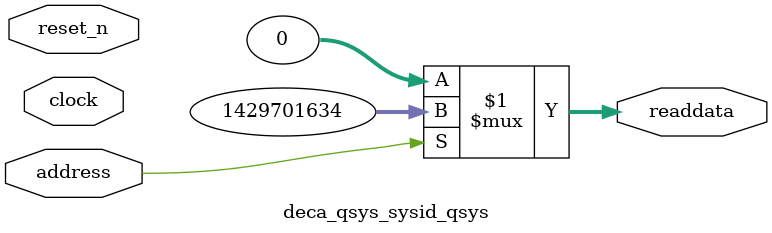
<source format=v>

`timescale 1ns / 1ps
// synthesis translate_on

// turn off superfluous verilog processor warnings 
// altera message_level Level1 
// altera message_off 10034 10035 10036 10037 10230 10240 10030 

module deca_qsys_sysid_qsys (
               // inputs:
                address,
                clock,
                reset_n,

               // outputs:
                readdata
             )
;

  output  [ 31: 0] readdata;
  input            address;
  input            clock;
  input            reset_n;

  wire    [ 31: 0] readdata;
  //control_slave, which is an e_avalon_slave
  assign readdata = address ? 1429701634 : 0;

endmodule




</source>
